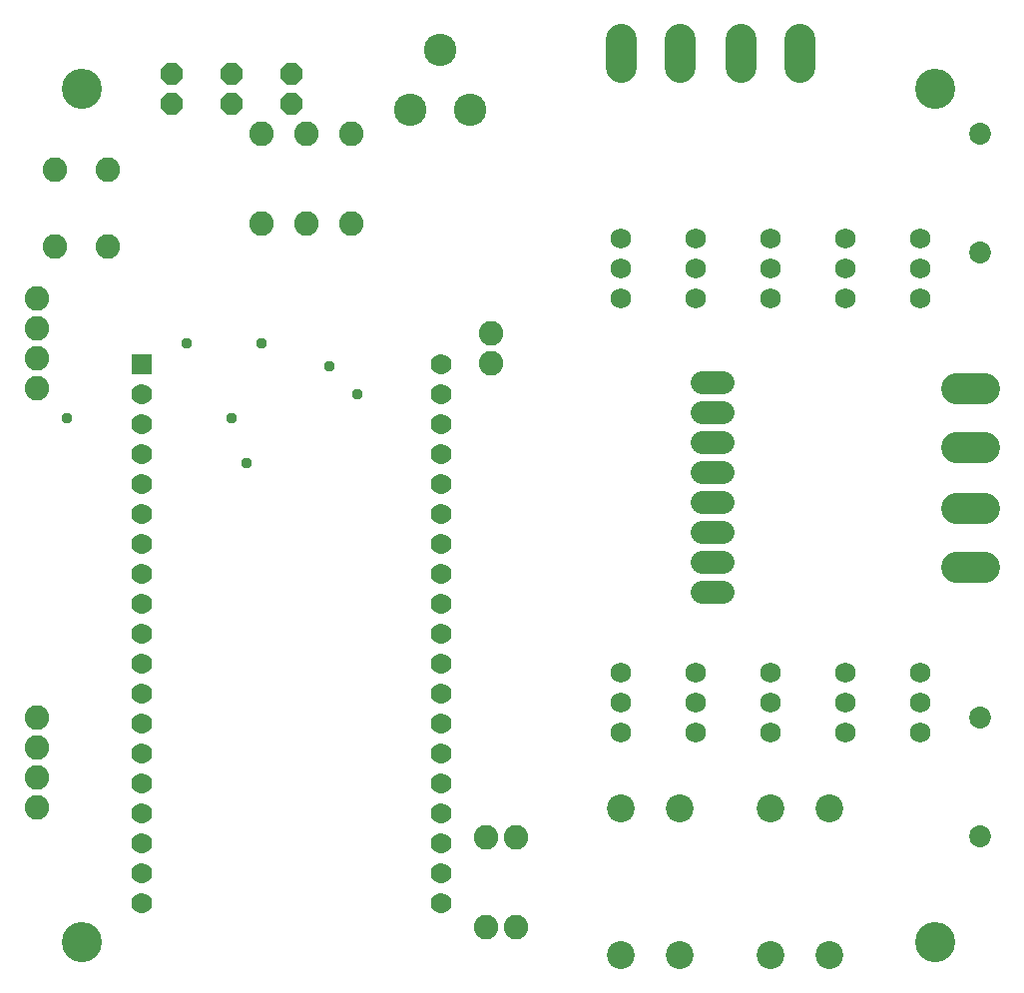
<source format=gbr>
G04 EAGLE Gerber RS-274X export*
G75*
%MOMM*%
%FSLAX34Y34*%
%LPD*%
%INSoldermask Top*%
%IPPOS*%
%AMOC8*
5,1,8,0,0,1.08239X$1,22.5*%
G01*
%ADD10R,1.763200X1.763200*%
%ADD11C,1.763200*%
%ADD12C,1.727200*%
%ADD13C,2.082800*%
%ADD14C,2.362200*%
%ADD15C,2.743200*%
%ADD16P,2.034460X8X112.500000*%
%ADD17C,3.403200*%
%ADD18C,1.981200*%
%ADD19C,2.583200*%
%ADD20C,1.854200*%
%ADD21C,0.959600*%


D10*
X114300Y553200D03*
D11*
X114300Y527800D03*
X114300Y96000D03*
X114300Y502400D03*
X114300Y477000D03*
X114300Y451600D03*
X114300Y426200D03*
X114300Y400800D03*
X114300Y375400D03*
X114300Y350000D03*
X114300Y324600D03*
X114300Y299200D03*
X114300Y273800D03*
X114300Y248400D03*
X114300Y223000D03*
X114300Y197600D03*
X114300Y172200D03*
X114300Y146800D03*
X114300Y121400D03*
X368300Y553200D03*
X368300Y527800D03*
X368300Y502400D03*
X368300Y477000D03*
X368300Y451600D03*
X368300Y426200D03*
X368300Y400800D03*
X368300Y375400D03*
X368300Y350000D03*
X368300Y324600D03*
X368300Y299200D03*
X368300Y273800D03*
X368300Y248400D03*
X368300Y223000D03*
X368300Y197600D03*
X368300Y172200D03*
X368300Y146800D03*
X368300Y121400D03*
X368300Y96000D03*
D12*
X647700Y660400D03*
X647700Y635000D03*
X647700Y609600D03*
X711200Y660400D03*
X711200Y635000D03*
X711200Y609600D03*
X774700Y660400D03*
X774700Y635000D03*
X774700Y609600D03*
X520700Y241300D03*
X520700Y266700D03*
X520700Y292100D03*
X584200Y660400D03*
X584200Y635000D03*
X584200Y609600D03*
X520700Y660400D03*
X520700Y635000D03*
X520700Y609600D03*
X584200Y241300D03*
X584200Y266700D03*
X584200Y292100D03*
X647700Y241300D03*
X647700Y266700D03*
X647700Y292100D03*
X711200Y241300D03*
X711200Y266700D03*
X711200Y292100D03*
D13*
X40894Y653288D03*
X40894Y718312D03*
X86106Y653288D03*
X86106Y718312D03*
X25400Y533400D03*
X25400Y558800D03*
X25400Y584200D03*
X25400Y609600D03*
X25400Y177800D03*
X25400Y203200D03*
X25400Y228600D03*
X25400Y254000D03*
D12*
X774700Y241300D03*
X774700Y266700D03*
X774700Y292100D03*
D14*
X521100Y51800D03*
X571100Y51800D03*
X571100Y176800D03*
X521100Y176800D03*
X648100Y51800D03*
X698100Y51800D03*
X698100Y176800D03*
X648100Y176800D03*
D15*
X393395Y768906D03*
X367995Y819706D03*
X342595Y768906D03*
D16*
X139700Y774700D03*
X139700Y800100D03*
X190500Y774700D03*
X190500Y800100D03*
X241300Y774700D03*
X241300Y800100D03*
D13*
X215900Y673100D03*
X215900Y749300D03*
X254000Y673100D03*
X254000Y749300D03*
X292100Y673100D03*
X292100Y749300D03*
D17*
X63500Y63500D03*
X63500Y787400D03*
X787400Y787400D03*
X787400Y63500D03*
D13*
X411226Y554584D03*
X411226Y579984D03*
D18*
X589737Y461975D02*
X607517Y461975D01*
X607517Y436575D02*
X589737Y436575D01*
X589737Y487375D02*
X607517Y487375D01*
X607517Y512775D02*
X589737Y512775D01*
X589737Y538175D02*
X607517Y538175D01*
X607517Y411175D02*
X589737Y411175D01*
X589737Y385775D02*
X607517Y385775D01*
X607517Y360375D02*
X589737Y360375D01*
D13*
X406400Y152400D03*
X406400Y76200D03*
X431800Y152400D03*
X431800Y76200D03*
D19*
X521100Y805400D02*
X521100Y829200D01*
X571100Y829200D02*
X571100Y805400D01*
X622700Y805400D02*
X622700Y829200D01*
X672700Y829200D02*
X672700Y805400D01*
X805400Y431400D02*
X829200Y431400D01*
X829200Y381400D02*
X805400Y381400D01*
X805400Y533000D02*
X829200Y533000D01*
X829200Y483000D02*
X805400Y483000D01*
D20*
X825500Y253200D03*
X825500Y153200D03*
X825500Y648500D03*
X825500Y748500D03*
D21*
X297700Y527800D03*
X273406Y551891D03*
X50800Y508000D03*
X152400Y571500D03*
X203200Y469900D03*
X190500Y508000D03*
X215900Y571500D03*
M02*

</source>
